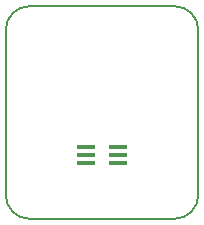
<source format=gbr>
G04 #@! TF.GenerationSoftware,KiCad,Pcbnew,5.1.6-c6e7f7d~86~ubuntu20.04.1*
G04 #@! TF.CreationDate,2020-05-17T01:14:19+03:00*
G04 #@! TF.ProjectId,BRK-SC-70-6,42524b2d-5343-42d3-9730-2d362e6b6963,v1.1*
G04 #@! TF.SameCoordinates,Original*
G04 #@! TF.FileFunction,Paste,Top*
G04 #@! TF.FilePolarity,Positive*
%FSLAX46Y46*%
G04 Gerber Fmt 4.6, Leading zero omitted, Abs format (unit mm)*
G04 Created by KiCad (PCBNEW 5.1.6-c6e7f7d~86~ubuntu20.04.1) date 2020-05-17 01:14:19*
%MOMM*%
%LPD*%
G01*
G04 APERTURE LIST*
G04 #@! TA.AperFunction,Profile*
%ADD10C,0.150000*%
G04 #@! TD*
%ADD11R,1.500000X0.400000*%
G04 APERTURE END LIST*
D10*
X53000000Y-68000000D02*
G75*
G02*
X51000000Y-66000000I0J2000000D01*
G01*
X67300000Y-66000000D02*
G75*
G02*
X65300000Y-68000000I-2000000J0D01*
G01*
X65300000Y-50000000D02*
G75*
G02*
X67300000Y-52000000I0J-2000000D01*
G01*
X51000000Y-52000000D02*
G75*
G02*
X53000000Y-50000000I2000000J0D01*
G01*
X65300000Y-68000000D02*
X53000000Y-68000000D01*
X67300000Y-52000000D02*
X67300000Y-66000000D01*
X53000000Y-50000000D02*
X65300000Y-50000000D01*
X51000000Y-66000000D02*
X51000000Y-52000000D01*
D11*
X60480000Y-61950000D03*
X60480000Y-62600000D03*
X60480000Y-63250000D03*
X57820000Y-63250000D03*
X57820000Y-62600000D03*
X57820000Y-61950000D03*
M02*

</source>
